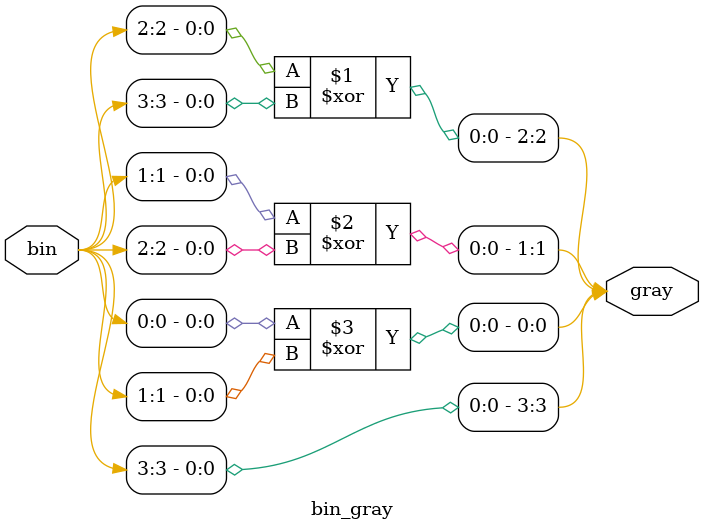
<source format=v>
module bin_gray(bin,gray);
input[3:0] bin;
output [3:0] gray;

assign gray[3]=bin[3];
assign gray[2]=bin[2]^bin[3];
assign gray[1]=bin[1]^bin[2];    
assign gray[0]=bin[0]^bin[1];
endmodule
</source>
